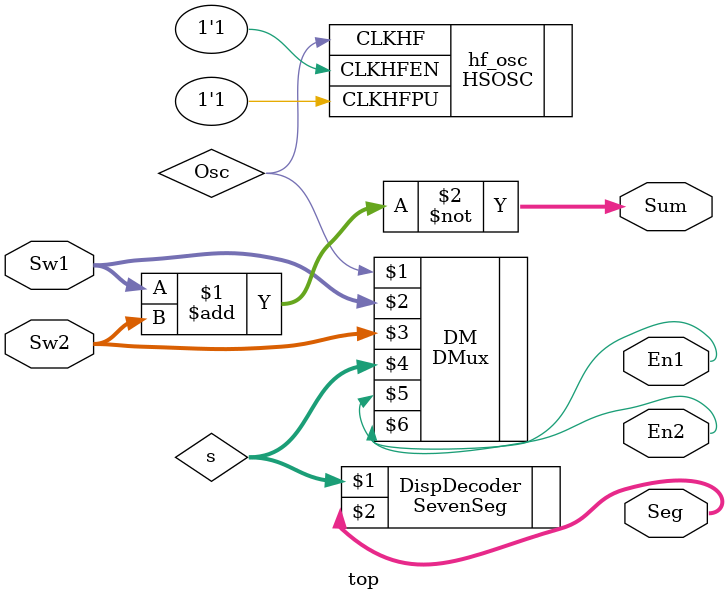
<source format=sv>
/*------------------------------------------------------------------------------
 * Lab 2 – Double Seven Segment LED
 * Source: FPGA modules (SevenSeg,Dmux,Top)
 * Author: Santiago Burgos-Fallon  <burgos.fallon@gmail.com>
 * Date:   2025-09-11
 *
 * Description:
 *   FPGA-side design for Lab 2. Includes:
 *     - SevenSeg: combinational hex→7-segment decoder for common-anode display
 *                 (seg[6:0] active-LOW; seg[0]=A .. seg[6]=a).
 *     - Dmux: Selects enable and clock counting
 *     - top: top-level tying HSOSC, Dmux, SevenSeg.
 *   Notes:
 *     - Uses Lattice iCE40 HSOSC primitive (enabled and powered up).
 *     - Common-anode display: logic 0 turns a segment ON.
 *----------------------------------------------------------------------------*/

module top(
	input  logic [3:0] Sw1, Sw2,
	output logic [6:0] Seg,
	output logic       En1, En2,
	output logic [4:0] Sum
	);

	logic [3:0]  s;
	logic        Osc;
	
	// Initialize clock at 6MHz
	HSOSC #(.CLKHF_DIV(2'b11)) 
	 hf_osc (.CLKHFPU(1'b1), .CLKHFEN(1'b1), .CLKHF(Osc));
	
	DMux DM(Osc, Sw1, Sw2, s, En1, En2);
	
	SevenSeg DispDecoder(s, Seg);
	
	//Assign Sum LEDs (active low so invert)
	assign Sum = ~(Sw1+Sw2);
	
endmodule
	

</source>
